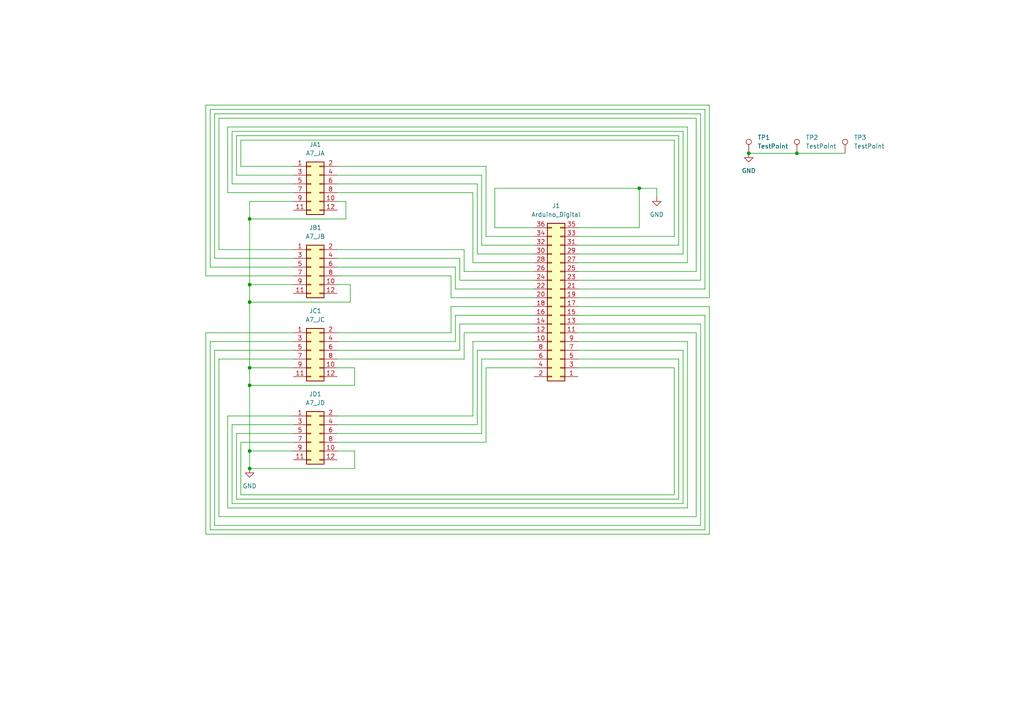
<source format=kicad_sch>
(kicad_sch (version 20231120) (generator "eeschema") (generator_version "8.0")
  (paper "A4")
  (lib_symbols
    (symbol "Connector:TestPoint" (pin_numbers hide) (pin_names (offset 0.762) hide)
      (property "Reference" "TP" (at 0 6.858 0))
      (property "Value" "TestPoint" (at 0 5.08 0))
      (symbol "TestPoint_0_1"
        (circle (center 0 3.302) (radius 0.762))
      )
      (symbol "TestPoint_1_1"
        (pin passive line (at 0 0 90) (length 2.54) (name "1") (number "1"))
      )
    )
    (symbol "Connector_Generic:Conn_02x06_Odd_Even" (pin_names (offset 1.016) hide)
      (property "Reference" "J" (at 1.27 7.62 0))
      (property "Value" "Conn_02x06_Odd_Even" (at 1.27 -10.16 0))
      (symbol "Conn_02x06_Odd_Even_1_1"
        (rectangle (start -1.27 -7.493) (end 0 -7.747) (stroke (width 0.1524)))
        (rectangle (start -1.27 -4.953) (end 0 -5.207) (stroke (width 0.1524)))
        (rectangle (start -1.27 -2.413) (end 0 -2.667) (stroke (width 0.1524)))
        (rectangle (start -1.27 0.127) (end 0 -0.127) (stroke (width 0.1524)))
        (rectangle (start -1.27 2.667) (end 0 2.413) (stroke (width 0.1524)))
        (rectangle (start -1.27 5.207) (end 0 4.953) (stroke (width 0.1524)))
        (rectangle (start -1.27 6.35) (end 3.81 -8.89) (stroke (width 0.254)) (fill (type background)))
        (rectangle (start 3.81 -7.493) (end 2.54 -7.747) (stroke (width 0.1524)))
        (rectangle (start 3.81 -4.953) (end 2.54 -5.207) (stroke (width 0.1524)))
        (rectangle (start 3.81 -2.413) (end 2.54 -2.667) (stroke (width 0.1524)))
        (rectangle (start 3.81 0.127) (end 2.54 -0.127) (stroke (width 0.1524)))
        (rectangle (start 3.81 2.667) (end 2.54 2.413) (stroke (width 0.1524)))
        (rectangle (start 3.81 5.207) (end 2.54 4.953) (stroke (width 0.1524)))
        (pin passive line (at -5.08 5.08 0) (length 3.81) (name "Pin_1") (number "1"))
        (pin passive line (at 7.62 -5.08 180) (length 3.81) (name "Pin_10") (number "10"))
        (pin passive line (at -5.08 -7.62 0) (length 3.81) (name "Pin_11") (number "11"))
        (pin passive line (at 7.62 -7.62 180) (length 3.81) (name "Pin_12") (number "12"))
        (pin passive line (at 7.62 5.08 180) (length 3.81) (name "Pin_2") (number "2"))
        (pin passive line (at -5.08 2.54 0) (length 3.81) (name "Pin_3") (number "3"))
        (pin passive line (at 7.62 2.54 180) (length 3.81) (name "Pin_4") (number "4"))
        (pin passive line (at -5.08 0 0) (length 3.81) (name "Pin_5") (number "5"))
        (pin passive line (at 7.62 0 180) (length 3.81) (name "Pin_6") (number "6"))
        (pin passive line (at -5.08 -2.54 0) (length 3.81) (name "Pin_7") (number "7"))
        (pin passive line (at 7.62 -2.54 180) (length 3.81) (name "Pin_8") (number "8"))
        (pin passive line (at -5.08 -5.08 0) (length 3.81) (name "Pin_9") (number "9"))
      )
    )
    (symbol "Connector_Generic:Conn_02x18_Odd_Even" (pin_names (offset 1.016) hide)
      (property "Reference" "J" (at 1.27 22.86 0))
      (property "Value" "Conn_02x18_Odd_Even" (at 1.27 -25.4 0))
      (symbol "Conn_02x18_Odd_Even_1_1"
        (rectangle (start -1.27 -22.733) (end 0 -22.987) (stroke (width 0.1524)))
        (rectangle (start -1.27 -20.193) (end 0 -20.447) (stroke (width 0.1524)))
        (rectangle (start -1.27 -17.653) (end 0 -17.907) (stroke (width 0.1524)))
        (rectangle (start -1.27 -15.113) (end 0 -15.367) (stroke (width 0.1524)))
        (rectangle (start -1.27 -12.573) (end 0 -12.827) (stroke (width 0.1524)))
        (rectangle (start -1.27 -10.033) (end 0 -10.287) (stroke (width 0.1524)))
        (rectangle (start -1.27 -7.493) (end 0 -7.747) (stroke (width 0.1524)))
        (rectangle (start -1.27 -4.953) (end 0 -5.207) (stroke (width 0.1524)))
        (rectangle (start -1.27 -2.413) (end 0 -2.667) (stroke (width 0.1524)))
        (rectangle (start -1.27 0.127) (end 0 -0.127) (stroke (width 0.1524)))
        (rectangle (start -1.27 2.667) (end 0 2.413) (stroke (width 0.1524)))
        (rectangle (start -1.27 5.207) (end 0 4.953) (stroke (width 0.1524)))
        (rectangle (start -1.27 7.747) (end 0 7.493) (stroke (width 0.1524)))
        (rectangle (start -1.27 10.287) (end 0 10.033) (stroke (width 0.1524)))
        (rectangle (start -1.27 12.827) (end 0 12.573) (stroke (width 0.1524)))
        (rectangle (start -1.27 15.367) (end 0 15.113) (stroke (width 0.1524)))
        (rectangle (start -1.27 17.907) (end 0 17.653) (stroke (width 0.1524)))
        (rectangle (start -1.27 20.447) (end 0 20.193) (stroke (width 0.1524)))
        (rectangle (start -1.27 21.59) (end 3.81 -24.13) (stroke (width 0.254)) (fill (type background)))
        (rectangle (start 3.81 -22.733) (end 2.54 -22.987) (stroke (width 0.1524)))
        (rectangle (start 3.81 -20.193) (end 2.54 -20.447) (stroke (width 0.1524)))
        (rectangle (start 3.81 -17.653) (end 2.54 -17.907) (stroke (width 0.1524)))
        (rectangle (start 3.81 -15.113) (end 2.54 -15.367) (stroke (width 0.1524)))
        (rectangle (start 3.81 -12.573) (end 2.54 -12.827) (stroke (width 0.1524)))
        (rectangle (start 3.81 -10.033) (end 2.54 -10.287) (stroke (width 0.1524)))
        (rectangle (start 3.81 -7.493) (end 2.54 -7.747) (stroke (width 0.1524)))
        (rectangle (start 3.81 -4.953) (end 2.54 -5.207) (stroke (width 0.1524)))
        (rectangle (start 3.81 -2.413) (end 2.54 -2.667) (stroke (width 0.1524)))
        (rectangle (start 3.81 0.127) (end 2.54 -0.127) (stroke (width 0.1524)))
        (rectangle (start 3.81 2.667) (end 2.54 2.413) (stroke (width 0.1524)))
        (rectangle (start 3.81 5.207) (end 2.54 4.953) (stroke (width 0.1524)))
        (rectangle (start 3.81 7.747) (end 2.54 7.493) (stroke (width 0.1524)))
        (rectangle (start 3.81 10.287) (end 2.54 10.033) (stroke (width 0.1524)))
        (rectangle (start 3.81 12.827) (end 2.54 12.573) (stroke (width 0.1524)))
        (rectangle (start 3.81 15.367) (end 2.54 15.113) (stroke (width 0.1524)))
        (rectangle (start 3.81 17.907) (end 2.54 17.653) (stroke (width 0.1524)))
        (rectangle (start 3.81 20.447) (end 2.54 20.193) (stroke (width 0.1524)))
        (pin passive line (at -5.08 20.32 0) (length 3.81) (name "Pin_1") (number "1"))
        (pin passive line (at 7.62 10.16 180) (length 3.81) (name "Pin_10") (number "10"))
        (pin passive line (at -5.08 7.62 0) (length 3.81) (name "Pin_11") (number "11"))
        (pin passive line (at 7.62 7.62 180) (length 3.81) (name "Pin_12") (number "12"))
        (pin passive line (at -5.08 5.08 0) (length 3.81) (name "Pin_13") (number "13"))
        (pin passive line (at 7.62 5.08 180) (length 3.81) (name "Pin_14") (number "14"))
        (pin passive line (at -5.08 2.54 0) (length 3.81) (name "Pin_15") (number "15"))
        (pin passive line (at 7.62 2.54 180) (length 3.81) (name "Pin_16") (number "16"))
        (pin passive line (at -5.08 0 0) (length 3.81) (name "Pin_17") (number "17"))
        (pin passive line (at 7.62 0 180) (length 3.81) (name "Pin_18") (number "18"))
        (pin passive line (at -5.08 -2.54 0) (length 3.81) (name "Pin_19") (number "19"))
        (pin passive line (at 7.62 20.32 180) (length 3.81) (name "Pin_2") (number "2"))
        (pin passive line (at 7.62 -2.54 180) (length 3.81) (name "Pin_20") (number "20"))
        (pin passive line (at -5.08 -5.08 0) (length 3.81) (name "Pin_21") (number "21"))
        (pin passive line (at 7.62 -5.08 180) (length 3.81) (name "Pin_22") (number "22"))
        (pin passive line (at -5.08 -7.62 0) (length 3.81) (name "Pin_23") (number "23"))
        (pin passive line (at 7.62 -7.62 180) (length 3.81) (name "Pin_24") (number "24"))
        (pin passive line (at -5.08 -10.16 0) (length 3.81) (name "Pin_25") (number "25"))
        (pin passive line (at 7.62 -10.16 180) (length 3.81) (name "Pin_26") (number "26"))
        (pin passive line (at -5.08 -12.7 0) (length 3.81) (name "Pin_27") (number "27"))
        (pin passive line (at 7.62 -12.7 180) (length 3.81) (name "Pin_28") (number "28"))
        (pin passive line (at -5.08 -15.24 0) (length 3.81) (name "Pin_29") (number "29"))
        (pin passive line (at -5.08 17.78 0) (length 3.81) (name "Pin_3") (number "3"))
        (pin passive line (at 7.62 -15.24 180) (length 3.81) (name "Pin_30") (number "30"))
        (pin passive line (at -5.08 -17.78 0) (length 3.81) (name "Pin_31") (number "31"))
        (pin passive line (at 7.62 -17.78 180) (length 3.81) (name "Pin_32") (number "32"))
        (pin passive line (at -5.08 -20.32 0) (length 3.81) (name "Pin_33") (number "33"))
        (pin passive line (at 7.62 -20.32 180) (length 3.81) (name "Pin_34") (number "34"))
        (pin passive line (at -5.08 -22.86 0) (length 3.81) (name "Pin_35") (number "35"))
        (pin passive line (at 7.62 -22.86 180) (length 3.81) (name "Pin_36") (number "36"))
        (pin passive line (at 7.62 17.78 180) (length 3.81) (name "Pin_4") (number "4"))
        (pin passive line (at -5.08 15.24 0) (length 3.81) (name "Pin_5") (number "5"))
        (pin passive line (at 7.62 15.24 180) (length 3.81) (name "Pin_6") (number "6"))
        (pin passive line (at -5.08 12.7 0) (length 3.81) (name "Pin_7") (number "7"))
        (pin passive line (at 7.62 12.7 180) (length 3.81) (name "Pin_8") (number "8"))
        (pin passive line (at -5.08 10.16 0) (length 3.81) (name "Pin_9") (number "9"))
      )
    )
    (symbol "power:GND" (power) (pin_numbers hide) (pin_names (offset 0) hide)
      (property "Value" "GND" (at 0 -3.81 0))
      (symbol "GND_0_1"
        (polyline (pts (xy 0 0) (xy 0 -1.27) (xy 1.27 -1.27) (xy 0 -2.54) (xy -1.27 -1.27) (xy 0 -1.27)))
      )
      (symbol "GND_1_1"
        (pin power_in line (at 0 0 270) (length 0) (name "~") (number "1"))
      )
    )
  )
  (junction (at 72.39 87.63))
  (junction (at 72.39 135.89))
  (junction (at 231.14 44.45))
  (junction (at 72.39 63.5))
  (junction (at 72.39 106.68))
  (junction (at 217.17 44.45))
  (junction (at 72.39 82.55))
  (junction (at 72.39 130.81))
  (junction (at 185.42 54.61))
  (junction (at 72.39 111.76))
  (wire (pts (xy 195.58 106.68) (xy 167.64 106.68)))
  (wire (pts (xy 97.79 106.68) (xy 102.87 106.68)))
  (wire (pts (xy 72.39 87.63) (xy 72.39 106.68)))
  (wire (pts (xy 97.79 80.01) (xy 130.81 80.01)))
  (wire (pts (xy 68.58 125.73) (xy 68.58 144.78)))
  (wire (pts (xy 204.47 153.67) (xy 204.47 91.44)))
  (wire (pts (xy 97.79 130.81) (xy 102.87 130.81)))
  (wire (pts (xy 102.87 130.81) (xy 102.87 135.89)))
  (wire (pts (xy 85.09 74.93) (xy 62.23 74.93)))
  (wire (pts (xy 167.64 88.9) (xy 205.74 88.9)))
  (wire (pts (xy 201.93 78.74) (xy 167.64 78.74)))
  (wire (pts (xy 67.31 123.19) (xy 67.31 146.05)))
  (wire (pts (xy 167.64 73.66) (xy 198.12 73.66)))
  (wire (pts (xy 139.7 50.8) (xy 139.7 71.12)))
  (wire (pts (xy 199.39 76.2) (xy 167.64 76.2)))
  (wire (pts (xy 167.64 86.36) (xy 205.74 86.36)))
  (wire (pts (xy 198.12 38.1) (xy 198.12 73.66)))
  (wire (pts (xy 69.85 143.51) (xy 195.58 143.51)))
  (wire (pts (xy 85.09 58.42) (xy 72.39 58.42)))
  (wire (pts (xy 85.09 77.47) (xy 60.96 77.47)))
  (wire (pts (xy 167.64 93.98) (xy 203.2 93.98)))
  (wire (pts (xy 190.5 54.61) (xy 190.5 57.15)))
  (wire (pts (xy 102.87 111.76) (xy 72.39 111.76)))
  (wire (pts (xy 63.5 149.86) (xy 201.93 149.86)))
  (wire (pts (xy 62.23 74.93) (xy 62.23 33.02)))
  (wire (pts (xy 134.62 78.74) (xy 154.94 78.74)))
  (wire (pts (xy 196.85 71.12) (xy 167.64 71.12)))
  (wire (pts (xy 139.7 71.12) (xy 154.94 71.12)))
  (wire (pts (xy 85.09 99.06) (xy 60.96 99.06)))
  (wire (pts (xy 67.31 38.1) (xy 198.12 38.1)))
  (wire (pts (xy 97.79 120.65) (xy 137.16 120.65)))
  (wire (pts (xy 85.09 50.8) (xy 68.58 50.8)))
  (wire (pts (xy 130.81 86.36) (xy 154.94 86.36)))
  (wire (pts (xy 130.81 96.52) (xy 130.81 88.9)))
  (wire (pts (xy 63.5 104.14) (xy 63.5 149.86)))
  (wire (pts (xy 185.42 54.61) (xy 185.42 66.04)))
  (wire (pts (xy 204.47 31.75) (xy 204.47 83.82)))
  (wire (pts (xy 72.39 82.55) (xy 85.09 82.55)))
  (wire (pts (xy 97.79 104.14) (xy 134.62 104.14)))
  (wire (pts (xy 199.39 36.83) (xy 199.39 76.2)))
  (wire (pts (xy 167.64 96.52) (xy 201.93 96.52)))
  (wire (pts (xy 198.12 101.6) (xy 167.64 101.6)))
  (wire (pts (xy 133.35 93.98) (xy 154.94 93.98)))
  (wire (pts (xy 167.64 83.82) (xy 204.47 83.82)))
  (wire (pts (xy 140.97 128.27) (xy 140.97 106.68)))
  (wire (pts (xy 205.74 154.94) (xy 205.74 88.9)))
  (wire (pts (xy 60.96 99.06) (xy 60.96 153.67)))
  (wire (pts (xy 201.93 149.86) (xy 201.93 96.52)))
  (wire (pts (xy 66.04 55.88) (xy 66.04 36.83)))
  (wire (pts (xy 72.39 82.55) (xy 72.39 87.63)))
  (wire (pts (xy 85.09 72.39) (xy 63.5 72.39)))
  (wire (pts (xy 138.43 73.66) (xy 154.94 73.66)))
  (wire (pts (xy 138.43 53.34) (xy 138.43 73.66)))
  (wire (pts (xy 72.39 111.76) (xy 72.39 130.81)))
  (wire (pts (xy 137.16 99.06) (xy 154.94 99.06)))
  (wire (pts (xy 85.09 104.14) (xy 63.5 104.14)))
  (wire (pts (xy 203.2 152.4) (xy 203.2 93.98)))
  (wire (pts (xy 205.74 30.48) (xy 205.74 86.36)))
  (wire (pts (xy 133.35 74.93) (xy 133.35 81.28)))
  (wire (pts (xy 69.85 128.27) (xy 69.85 143.51)))
  (wire (pts (xy 140.97 68.58) (xy 154.94 68.58)))
  (wire (pts (xy 134.62 104.14) (xy 134.62 96.52)))
  (wire (pts (xy 217.17 44.45) (xy 231.14 44.45)))
  (wire (pts (xy 62.23 101.6) (xy 62.23 152.4)))
  (wire (pts (xy 97.79 125.73) (xy 139.7 125.73)))
  (wire (pts (xy 130.81 80.01) (xy 130.81 86.36)))
  (wire (pts (xy 97.79 101.6) (xy 133.35 101.6)))
  (wire (pts (xy 60.96 77.47) (xy 60.96 31.75)))
  (wire (pts (xy 102.87 135.89) (xy 72.39 135.89)))
  (wire (pts (xy 60.96 31.75) (xy 204.47 31.75)))
  (wire (pts (xy 59.69 154.94) (xy 205.74 154.94)))
  (wire (pts (xy 138.43 123.19) (xy 138.43 101.6)))
  (wire (pts (xy 97.79 96.52) (xy 130.81 96.52)))
  (wire (pts (xy 85.09 80.01) (xy 59.69 80.01)))
  (wire (pts (xy 72.39 63.5) (xy 72.39 82.55)))
  (wire (pts (xy 72.39 106.68) (xy 72.39 111.76)))
  (wire (pts (xy 63.5 34.29) (xy 201.93 34.29)))
  (wire (pts (xy 85.09 96.52) (xy 59.69 96.52)))
  (wire (pts (xy 134.62 72.39) (xy 134.62 78.74)))
  (wire (pts (xy 139.7 104.14) (xy 154.94 104.14)))
  (wire (pts (xy 130.81 88.9) (xy 154.94 88.9)))
  (wire (pts (xy 196.85 144.78) (xy 196.85 104.14)))
  (wire (pts (xy 97.79 55.88) (xy 137.16 55.88)))
  (wire (pts (xy 199.39 99.06) (xy 167.64 99.06)))
  (wire (pts (xy 102.87 106.68) (xy 102.87 111.76)))
  (wire (pts (xy 68.58 144.78) (xy 196.85 144.78)))
  (wire (pts (xy 154.94 66.04) (xy 143.51 66.04)))
  (wire (pts (xy 69.85 40.64) (xy 195.58 40.64)))
  (wire (pts (xy 100.33 63.5) (xy 72.39 63.5)))
  (wire (pts (xy 137.16 55.88) (xy 137.16 76.2)))
  (wire (pts (xy 132.08 91.44) (xy 154.94 91.44)))
  (wire (pts (xy 195.58 40.64) (xy 195.58 68.58)))
  (wire (pts (xy 195.58 143.51) (xy 195.58 106.68)))
  (wire (pts (xy 137.16 76.2) (xy 154.94 76.2)))
  (wire (pts (xy 143.51 66.04) (xy 143.51 54.61)))
  (wire (pts (xy 66.04 120.65) (xy 66.04 147.32)))
  (wire (pts (xy 59.69 30.48) (xy 205.74 30.48)))
  (wire (pts (xy 231.14 44.45) (xy 245.11 44.45)))
  (wire (pts (xy 85.09 55.88) (xy 66.04 55.88)))
  (wire (pts (xy 97.79 128.27) (xy 140.97 128.27)))
  (wire (pts (xy 196.85 39.37) (xy 196.85 71.12)))
  (wire (pts (xy 85.09 123.19) (xy 67.31 123.19)))
  (wire (pts (xy 203.2 81.28) (xy 167.64 81.28)))
  (wire (pts (xy 67.31 146.05) (xy 198.12 146.05)))
  (wire (pts (xy 139.7 125.73) (xy 139.7 104.14)))
  (wire (pts (xy 97.79 123.19) (xy 138.43 123.19)))
  (wire (pts (xy 69.85 48.26) (xy 69.85 40.64)))
  (wire (pts (xy 195.58 68.58) (xy 167.64 68.58)))
  (wire (pts (xy 97.79 74.93) (xy 133.35 74.93)))
  (wire (pts (xy 198.12 146.05) (xy 198.12 101.6)))
  (wire (pts (xy 97.79 48.26) (xy 140.97 48.26)))
  (wire (pts (xy 62.23 152.4) (xy 203.2 152.4)))
  (wire (pts (xy 97.79 99.06) (xy 132.08 99.06)))
  (wire (pts (xy 85.09 125.73) (xy 68.58 125.73)))
  (wire (pts (xy 199.39 147.32) (xy 199.39 99.06)))
  (wire (pts (xy 132.08 77.47) (xy 132.08 83.82)))
  (wire (pts (xy 59.69 80.01) (xy 59.69 30.48)))
  (wire (pts (xy 201.93 34.29) (xy 201.93 78.74)))
  (wire (pts (xy 132.08 83.82) (xy 154.94 83.82)))
  (wire (pts (xy 101.6 82.55) (xy 101.6 87.63)))
  (wire (pts (xy 72.39 87.63) (xy 101.6 87.63)))
  (wire (pts (xy 167.64 66.04) (xy 185.42 66.04)))
  (wire (pts (xy 85.09 120.65) (xy 66.04 120.65)))
  (wire (pts (xy 72.39 58.42) (xy 72.39 63.5)))
  (wire (pts (xy 138.43 101.6) (xy 154.94 101.6)))
  (wire (pts (xy 97.79 58.42) (xy 100.33 58.42)))
  (wire (pts (xy 72.39 130.81) (xy 85.09 130.81)))
  (wire (pts (xy 97.79 77.47) (xy 132.08 77.47)))
  (wire (pts (xy 85.09 128.27) (xy 69.85 128.27)))
  (wire (pts (xy 97.79 53.34) (xy 138.43 53.34)))
  (wire (pts (xy 59.69 96.52) (xy 59.69 154.94)))
  (wire (pts (xy 60.96 153.67) (xy 204.47 153.67)))
  (wire (pts (xy 132.08 99.06) (xy 132.08 91.44)))
  (wire (pts (xy 66.04 36.83) (xy 199.39 36.83)))
  (wire (pts (xy 68.58 39.37) (xy 196.85 39.37)))
  (wire (pts (xy 167.64 104.14) (xy 196.85 104.14)))
  (wire (pts (xy 97.79 50.8) (xy 139.7 50.8)))
  (wire (pts (xy 66.04 147.32) (xy 199.39 147.32)))
  (wire (pts (xy 62.23 33.02) (xy 203.2 33.02)))
  (wire (pts (xy 140.97 106.68) (xy 154.94 106.68)))
  (wire (pts (xy 134.62 96.52) (xy 154.94 96.52)))
  (wire (pts (xy 63.5 72.39) (xy 63.5 34.29)))
  (wire (pts (xy 100.33 58.42) (xy 100.33 63.5)))
  (wire (pts (xy 85.09 53.34) (xy 67.31 53.34)))
  (wire (pts (xy 143.51 54.61) (xy 185.42 54.61)))
  (wire (pts (xy 97.79 72.39) (xy 134.62 72.39)))
  (wire (pts (xy 204.47 91.44) (xy 167.64 91.44)))
  (wire (pts (xy 85.09 48.26) (xy 69.85 48.26)))
  (wire (pts (xy 67.31 53.34) (xy 67.31 38.1)))
  (wire (pts (xy 72.39 106.68) (xy 85.09 106.68)))
  (wire (pts (xy 97.79 82.55) (xy 101.6 82.55)))
  (wire (pts (xy 72.39 135.89) (xy 72.39 130.81)))
  (wire (pts (xy 203.2 33.02) (xy 203.2 81.28)))
  (wire (pts (xy 140.97 48.26) (xy 140.97 68.58)))
  (wire (pts (xy 85.09 101.6) (xy 62.23 101.6)))
  (wire (pts (xy 185.42 54.61) (xy 190.5 54.61)))
  (wire (pts (xy 137.16 120.65) (xy 137.16 99.06)))
  (wire (pts (xy 133.35 101.6) (xy 133.35 93.98)))
  (wire (pts (xy 133.35 81.28) (xy 154.94 81.28)))
  (wire (pts (xy 68.58 50.8) (xy 68.58 39.37)))
  (symbol (lib_id "power:GND") (at 217.17 44.45 0) (unit 1)
    (property "Reference" "#PWR03" (effects (hide yes)))
    (property "Value" "GND" (at 217.17 49.53 0))
    (property "Description" "Power symbol creates a global label with name \"GND\" , ground" (effects (hide yes)))
  )
  (symbol (lib_id "Connector:TestPoint") (at 245.11 44.45 0) (unit 1)
    (property "Reference" "TP3" (at 247.65 39.8779 0) (effects (justify left)))
    (property "Value" "TestPoint" (at 247.65 42.4179 0) (effects (justify left)))
    (property "Footprint" "TestPoint:TestPoint_Bridge_Pitch7.62mm_Drill1.3mm" (effects (hide yes)))
    (property "Description" "test point" (effects (hide yes)))
  )
  (symbol (lib_id "Connector:TestPoint") (at 217.17 44.45 0) (unit 1)
    (property "Reference" "TP1" (at 219.71 39.8779 0) (effects (justify left)))
    (property "Value" "TestPoint" (at 219.71 42.4179 0) (effects (justify left)))
    (property "Footprint" "TestPoint:TestPoint_Plated_Hole_D4.0mm" (effects (hide yes)))
    (property "Description" "test point" (effects (hide yes)))
  )
  (symbol (lib_id "Connector_Generic:Conn_02x18_Odd_Even") (at 162.56 88.9 180) (unit 1)
    (property "Reference" "J1" (at 161.29 59.69 0))
    (property "Value" "Arduino_Digital" (at 161.29 62.23 0))
    (property "Footprint" "Connector_PinHeader_2.54mm:PinHeader_2x18_P2.54mm_Vertical" (effects (hide yes)))
    (property "Description" "Generic connector, double row, 02x18, odd/even pin numbering scheme (row 1 odd numbers, row 2 even numbers), script generated (kicad-library-utils/schlib/autogen/connector/)" (effects (hide yes)))
  )
  (symbol (lib_id "Connector_Generic:Conn_02x06_Odd_Even") (at 90.17 53.34 0) (unit 1)
    (property "Reference" "JA1" (at 91.44 41.91 0))
    (property "Value" "A7_JA" (at 91.44 44.45 0))
    (property "Footprint" "Connector_PinHeader_2.54mm:PinHeader_2x06_P2.54mm_Vertical" (effects (hide yes)))
    (property "Description" "Generic connector, double row, 02x06, odd/even pin numbering scheme (row 1 odd numbers, row 2 even numbers), script generated (kicad-library-utils/schlib/autogen/connector/)" (effects (hide yes)))
  )
  (symbol (lib_id "Connector_Generic:Conn_02x06_Odd_Even") (at 90.17 101.6 0) (unit 1)
    (property "Reference" "JC1" (at 91.44 90.17 0))
    (property "Value" "A7_JC" (at 91.44 92.71 0))
    (property "Footprint" "Connector_PinHeader_2.54mm:PinHeader_2x06_P2.54mm_Vertical" (effects (hide yes)))
    (property "Description" "Generic connector, double row, 02x06, odd/even pin numbering scheme (row 1 odd numbers, row 2 even numbers), script generated (kicad-library-utils/schlib/autogen/connector/)" (effects (hide yes)))
  )
  (symbol (lib_id "power:GND") (at 190.5 57.15 0) (unit 1)
    (property "Reference" "#PWR02" (effects (hide yes)))
    (property "Value" "GND" (at 190.5 62.23 0))
    (property "Description" "Power symbol creates a global label with name \"GND\" , ground" (effects (hide yes)))
  )
  (symbol (lib_id "Connector_Generic:Conn_02x06_Odd_Even") (at 90.17 125.73 0) (unit 1)
    (property "Reference" "JD1" (at 91.44 114.3 0))
    (property "Value" "A7_JD" (at 91.44 116.84 0))
    (property "Footprint" "Connector_PinHeader_2.54mm:PinHeader_2x06_P2.54mm_Vertical" (effects (hide yes)))
    (property "Description" "Generic connector, double row, 02x06, odd/even pin numbering scheme (row 1 odd numbers, row 2 even numbers), script generated (kicad-library-utils/schlib/autogen/connector/)" (effects (hide yes)))
  )
  (symbol (lib_id "Connector:TestPoint") (at 231.14 44.45 0) (unit 1)
    (property "Reference" "TP2" (at 233.68 39.8779 0) (effects (justify left)))
    (property "Value" "TestPoint" (at 233.68 42.4179 0) (effects (justify left)))
    (property "Footprint" "TestPoint:TestPoint_Plated_Hole_D4.0mm" (effects (hide yes)))
    (property "Description" "test point" (effects (hide yes)))
  )
  (symbol (lib_id "Connector_Generic:Conn_02x06_Odd_Even") (at 90.17 77.47 0) (unit 1)
    (property "Reference" "JB1" (at 91.44 66.04 0))
    (property "Value" "A7_JB" (at 91.44 68.58 0))
    (property "Footprint" "Connector_PinHeader_2.54mm:PinHeader_2x06_P2.54mm_Vertical" (effects (hide yes)))
    (property "Description" "Generic connector, double row, 02x06, odd/even pin numbering scheme (row 1 odd numbers, row 2 even numbers), script generated (kicad-library-utils/schlib/autogen/connector/)" (effects (hide yes)))
  )
  (symbol (lib_id "power:GND") (at 72.39 135.89 0) (unit 1)
    (property "Reference" "#PWR01" (effects (hide yes)))
    (property "Value" "GND" (at 72.39 140.97 0))
    (property "Description" "Power symbol creates a global label with name \"GND\" , ground" (effects (hide yes)))
  )
)
</source>
